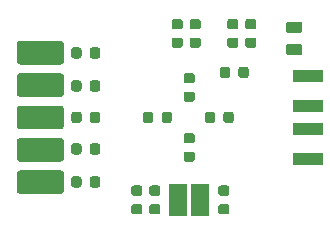
<source format=gbr>
G04 #@! TF.GenerationSoftware,KiCad,Pcbnew,5.1.6-c6e7f7d~86~ubuntu20.04.1*
G04 #@! TF.CreationDate,2020-05-29T14:13:17+02:00*
G04 #@! TF.ProjectId,atari-usb,61746172-692d-4757-9362-2e6b69636164,rev?*
G04 #@! TF.SameCoordinates,Original*
G04 #@! TF.FileFunction,Paste,Top*
G04 #@! TF.FilePolarity,Positive*
%FSLAX46Y46*%
G04 Gerber Fmt 4.6, Leading zero omitted, Abs format (unit mm)*
G04 Created by KiCad (PCBNEW 5.1.6-c6e7f7d~86~ubuntu20.04.1) date 2020-05-29 14:13:17*
%MOMM*%
%LPD*%
G01*
G04 APERTURE LIST*
%ADD10R,1.500000X2.700000*%
%ADD11R,2.500000X1.100000*%
G04 APERTURE END LIST*
G36*
G01*
X140685000Y-80901250D02*
X140685000Y-80388750D01*
G75*
G02*
X140903750Y-80170000I218750J0D01*
G01*
X141341250Y-80170000D01*
G75*
G02*
X141560000Y-80388750I0J-218750D01*
G01*
X141560000Y-80901250D01*
G75*
G02*
X141341250Y-81120000I-218750J0D01*
G01*
X140903750Y-81120000D01*
G75*
G02*
X140685000Y-80901250I0J218750D01*
G01*
G37*
G36*
G01*
X139110000Y-80901250D02*
X139110000Y-80388750D01*
G75*
G02*
X139328750Y-80170000I218750J0D01*
G01*
X139766250Y-80170000D01*
G75*
G02*
X139985000Y-80388750I0J-218750D01*
G01*
X139985000Y-80901250D01*
G75*
G02*
X139766250Y-81120000I-218750J0D01*
G01*
X139328750Y-81120000D01*
G75*
G02*
X139110000Y-80901250I0J218750D01*
G01*
G37*
G36*
G01*
X134182500Y-84711250D02*
X134182500Y-84198750D01*
G75*
G02*
X134401250Y-83980000I218750J0D01*
G01*
X134838750Y-83980000D01*
G75*
G02*
X135057500Y-84198750I0J-218750D01*
G01*
X135057500Y-84711250D01*
G75*
G02*
X134838750Y-84930000I-218750J0D01*
G01*
X134401250Y-84930000D01*
G75*
G02*
X134182500Y-84711250I0J218750D01*
G01*
G37*
G36*
G01*
X132607500Y-84711250D02*
X132607500Y-84198750D01*
G75*
G02*
X132826250Y-83980000I218750J0D01*
G01*
X133263750Y-83980000D01*
G75*
G02*
X133482500Y-84198750I0J-218750D01*
G01*
X133482500Y-84711250D01*
G75*
G02*
X133263750Y-84930000I-218750J0D01*
G01*
X132826250Y-84930000D01*
G75*
G02*
X132607500Y-84711250I0J218750D01*
G01*
G37*
G36*
G01*
X139415000Y-84711250D02*
X139415000Y-84198750D01*
G75*
G02*
X139633750Y-83980000I218750J0D01*
G01*
X140071250Y-83980000D01*
G75*
G02*
X140290000Y-84198750I0J-218750D01*
G01*
X140290000Y-84711250D01*
G75*
G02*
X140071250Y-84930000I-218750J0D01*
G01*
X139633750Y-84930000D01*
G75*
G02*
X139415000Y-84711250I0J218750D01*
G01*
G37*
G36*
G01*
X137840000Y-84711250D02*
X137840000Y-84198750D01*
G75*
G02*
X138058750Y-83980000I218750J0D01*
G01*
X138496250Y-83980000D01*
G75*
G02*
X138715000Y-84198750I0J-218750D01*
G01*
X138715000Y-84711250D01*
G75*
G02*
X138496250Y-84930000I-218750J0D01*
G01*
X138058750Y-84930000D01*
G75*
G02*
X137840000Y-84711250I0J218750D01*
G01*
G37*
G36*
G01*
X136781250Y-86645000D02*
X136268750Y-86645000D01*
G75*
G02*
X136050000Y-86426250I0J218750D01*
G01*
X136050000Y-85988750D01*
G75*
G02*
X136268750Y-85770000I218750J0D01*
G01*
X136781250Y-85770000D01*
G75*
G02*
X137000000Y-85988750I0J-218750D01*
G01*
X137000000Y-86426250D01*
G75*
G02*
X136781250Y-86645000I-218750J0D01*
G01*
G37*
G36*
G01*
X136781250Y-88220000D02*
X136268750Y-88220000D01*
G75*
G02*
X136050000Y-88001250I0J218750D01*
G01*
X136050000Y-87563750D01*
G75*
G02*
X136268750Y-87345000I218750J0D01*
G01*
X136781250Y-87345000D01*
G75*
G02*
X137000000Y-87563750I0J-218750D01*
G01*
X137000000Y-88001250D01*
G75*
G02*
X136781250Y-88220000I-218750J0D01*
G01*
G37*
G36*
G01*
X136781250Y-81565000D02*
X136268750Y-81565000D01*
G75*
G02*
X136050000Y-81346250I0J218750D01*
G01*
X136050000Y-80908750D01*
G75*
G02*
X136268750Y-80690000I218750J0D01*
G01*
X136781250Y-80690000D01*
G75*
G02*
X137000000Y-80908750I0J-218750D01*
G01*
X137000000Y-81346250D01*
G75*
G02*
X136781250Y-81565000I-218750J0D01*
G01*
G37*
G36*
G01*
X136781250Y-83140000D02*
X136268750Y-83140000D01*
G75*
G02*
X136050000Y-82921250I0J218750D01*
G01*
X136050000Y-82483750D01*
G75*
G02*
X136268750Y-82265000I218750J0D01*
G01*
X136781250Y-82265000D01*
G75*
G02*
X137000000Y-82483750I0J-218750D01*
G01*
X137000000Y-82921250D01*
G75*
G02*
X136781250Y-83140000I-218750J0D01*
G01*
G37*
G36*
G01*
X139951750Y-77693000D02*
X140464250Y-77693000D01*
G75*
G02*
X140683000Y-77911750I0J-218750D01*
G01*
X140683000Y-78349250D01*
G75*
G02*
X140464250Y-78568000I-218750J0D01*
G01*
X139951750Y-78568000D01*
G75*
G02*
X139733000Y-78349250I0J218750D01*
G01*
X139733000Y-77911750D01*
G75*
G02*
X139951750Y-77693000I218750J0D01*
G01*
G37*
G36*
G01*
X139951750Y-76118000D02*
X140464250Y-76118000D01*
G75*
G02*
X140683000Y-76336750I0J-218750D01*
G01*
X140683000Y-76774250D01*
G75*
G02*
X140464250Y-76993000I-218750J0D01*
G01*
X139951750Y-76993000D01*
G75*
G02*
X139733000Y-76774250I0J218750D01*
G01*
X139733000Y-76336750D01*
G75*
G02*
X139951750Y-76118000I218750J0D01*
G01*
G37*
G36*
G01*
X132336250Y-91090000D02*
X131823750Y-91090000D01*
G75*
G02*
X131605000Y-90871250I0J218750D01*
G01*
X131605000Y-90433750D01*
G75*
G02*
X131823750Y-90215000I218750J0D01*
G01*
X132336250Y-90215000D01*
G75*
G02*
X132555000Y-90433750I0J-218750D01*
G01*
X132555000Y-90871250D01*
G75*
G02*
X132336250Y-91090000I-218750J0D01*
G01*
G37*
G36*
G01*
X132336250Y-92665000D02*
X131823750Y-92665000D01*
G75*
G02*
X131605000Y-92446250I0J218750D01*
G01*
X131605000Y-92008750D01*
G75*
G02*
X131823750Y-91790000I218750J0D01*
G01*
X132336250Y-91790000D01*
G75*
G02*
X132555000Y-92008750I0J-218750D01*
G01*
X132555000Y-92446250D01*
G75*
G02*
X132336250Y-92665000I-218750J0D01*
G01*
G37*
G36*
G01*
X141475750Y-77693000D02*
X141988250Y-77693000D01*
G75*
G02*
X142207000Y-77911750I0J-218750D01*
G01*
X142207000Y-78349250D01*
G75*
G02*
X141988250Y-78568000I-218750J0D01*
G01*
X141475750Y-78568000D01*
G75*
G02*
X141257000Y-78349250I0J218750D01*
G01*
X141257000Y-77911750D01*
G75*
G02*
X141475750Y-77693000I218750J0D01*
G01*
G37*
G36*
G01*
X141475750Y-76118000D02*
X141988250Y-76118000D01*
G75*
G02*
X142207000Y-76336750I0J-218750D01*
G01*
X142207000Y-76774250D01*
G75*
G02*
X141988250Y-76993000I-218750J0D01*
G01*
X141475750Y-76993000D01*
G75*
G02*
X141257000Y-76774250I0J218750D01*
G01*
X141257000Y-76336750D01*
G75*
G02*
X141475750Y-76118000I218750J0D01*
G01*
G37*
G36*
G01*
X136776750Y-77693000D02*
X137289250Y-77693000D01*
G75*
G02*
X137508000Y-77911750I0J-218750D01*
G01*
X137508000Y-78349250D01*
G75*
G02*
X137289250Y-78568000I-218750J0D01*
G01*
X136776750Y-78568000D01*
G75*
G02*
X136558000Y-78349250I0J218750D01*
G01*
X136558000Y-77911750D01*
G75*
G02*
X136776750Y-77693000I218750J0D01*
G01*
G37*
G36*
G01*
X136776750Y-76118000D02*
X137289250Y-76118000D01*
G75*
G02*
X137508000Y-76336750I0J-218750D01*
G01*
X137508000Y-76774250D01*
G75*
G02*
X137289250Y-76993000I-218750J0D01*
G01*
X136776750Y-76993000D01*
G75*
G02*
X136558000Y-76774250I0J218750D01*
G01*
X136558000Y-76336750D01*
G75*
G02*
X136776750Y-76118000I218750J0D01*
G01*
G37*
G36*
G01*
X135252750Y-77693000D02*
X135765250Y-77693000D01*
G75*
G02*
X135984000Y-77911750I0J-218750D01*
G01*
X135984000Y-78349250D01*
G75*
G02*
X135765250Y-78568000I-218750J0D01*
G01*
X135252750Y-78568000D01*
G75*
G02*
X135034000Y-78349250I0J218750D01*
G01*
X135034000Y-77911750D01*
G75*
G02*
X135252750Y-77693000I218750J0D01*
G01*
G37*
G36*
G01*
X135252750Y-76118000D02*
X135765250Y-76118000D01*
G75*
G02*
X135984000Y-76336750I0J-218750D01*
G01*
X135984000Y-76774250D01*
G75*
G02*
X135765250Y-76993000I-218750J0D01*
G01*
X135252750Y-76993000D01*
G75*
G02*
X135034000Y-76774250I0J218750D01*
G01*
X135034000Y-76336750D01*
G75*
G02*
X135252750Y-76118000I218750J0D01*
G01*
G37*
G36*
G01*
X128112000Y-79250250D02*
X128112000Y-78737750D01*
G75*
G02*
X128330750Y-78519000I218750J0D01*
G01*
X128768250Y-78519000D01*
G75*
G02*
X128987000Y-78737750I0J-218750D01*
G01*
X128987000Y-79250250D01*
G75*
G02*
X128768250Y-79469000I-218750J0D01*
G01*
X128330750Y-79469000D01*
G75*
G02*
X128112000Y-79250250I0J218750D01*
G01*
G37*
G36*
G01*
X126537000Y-79250250D02*
X126537000Y-78737750D01*
G75*
G02*
X126755750Y-78519000I218750J0D01*
G01*
X127193250Y-78519000D01*
G75*
G02*
X127412000Y-78737750I0J-218750D01*
G01*
X127412000Y-79250250D01*
G75*
G02*
X127193250Y-79469000I-218750J0D01*
G01*
X126755750Y-79469000D01*
G75*
G02*
X126537000Y-79250250I0J218750D01*
G01*
G37*
G36*
G01*
X128112000Y-82044250D02*
X128112000Y-81531750D01*
G75*
G02*
X128330750Y-81313000I218750J0D01*
G01*
X128768250Y-81313000D01*
G75*
G02*
X128987000Y-81531750I0J-218750D01*
G01*
X128987000Y-82044250D01*
G75*
G02*
X128768250Y-82263000I-218750J0D01*
G01*
X128330750Y-82263000D01*
G75*
G02*
X128112000Y-82044250I0J218750D01*
G01*
G37*
G36*
G01*
X126537000Y-82044250D02*
X126537000Y-81531750D01*
G75*
G02*
X126755750Y-81313000I218750J0D01*
G01*
X127193250Y-81313000D01*
G75*
G02*
X127412000Y-81531750I0J-218750D01*
G01*
X127412000Y-82044250D01*
G75*
G02*
X127193250Y-82263000I-218750J0D01*
G01*
X126755750Y-82263000D01*
G75*
G02*
X126537000Y-82044250I0J218750D01*
G01*
G37*
G36*
G01*
X128112000Y-84711250D02*
X128112000Y-84198750D01*
G75*
G02*
X128330750Y-83980000I218750J0D01*
G01*
X128768250Y-83980000D01*
G75*
G02*
X128987000Y-84198750I0J-218750D01*
G01*
X128987000Y-84711250D01*
G75*
G02*
X128768250Y-84930000I-218750J0D01*
G01*
X128330750Y-84930000D01*
G75*
G02*
X128112000Y-84711250I0J218750D01*
G01*
G37*
G36*
G01*
X126537000Y-84711250D02*
X126537000Y-84198750D01*
G75*
G02*
X126755750Y-83980000I218750J0D01*
G01*
X127193250Y-83980000D01*
G75*
G02*
X127412000Y-84198750I0J-218750D01*
G01*
X127412000Y-84711250D01*
G75*
G02*
X127193250Y-84930000I-218750J0D01*
G01*
X126755750Y-84930000D01*
G75*
G02*
X126537000Y-84711250I0J218750D01*
G01*
G37*
G36*
G01*
X128112000Y-87378250D02*
X128112000Y-86865750D01*
G75*
G02*
X128330750Y-86647000I218750J0D01*
G01*
X128768250Y-86647000D01*
G75*
G02*
X128987000Y-86865750I0J-218750D01*
G01*
X128987000Y-87378250D01*
G75*
G02*
X128768250Y-87597000I-218750J0D01*
G01*
X128330750Y-87597000D01*
G75*
G02*
X128112000Y-87378250I0J218750D01*
G01*
G37*
G36*
G01*
X126537000Y-87378250D02*
X126537000Y-86865750D01*
G75*
G02*
X126755750Y-86647000I218750J0D01*
G01*
X127193250Y-86647000D01*
G75*
G02*
X127412000Y-86865750I0J-218750D01*
G01*
X127412000Y-87378250D01*
G75*
G02*
X127193250Y-87597000I-218750J0D01*
G01*
X126755750Y-87597000D01*
G75*
G02*
X126537000Y-87378250I0J218750D01*
G01*
G37*
G36*
G01*
X128112000Y-90172250D02*
X128112000Y-89659750D01*
G75*
G02*
X128330750Y-89441000I218750J0D01*
G01*
X128768250Y-89441000D01*
G75*
G02*
X128987000Y-89659750I0J-218750D01*
G01*
X128987000Y-90172250D01*
G75*
G02*
X128768250Y-90391000I-218750J0D01*
G01*
X128330750Y-90391000D01*
G75*
G02*
X128112000Y-90172250I0J218750D01*
G01*
G37*
G36*
G01*
X126537000Y-90172250D02*
X126537000Y-89659750D01*
G75*
G02*
X126755750Y-89441000I218750J0D01*
G01*
X127193250Y-89441000D01*
G75*
G02*
X127412000Y-89659750I0J-218750D01*
G01*
X127412000Y-90172250D01*
G75*
G02*
X127193250Y-90391000I-218750J0D01*
G01*
X126755750Y-90391000D01*
G75*
G02*
X126537000Y-90172250I0J218750D01*
G01*
G37*
D10*
X135575000Y-91440000D03*
X137475000Y-91440000D03*
G36*
G01*
X145871250Y-77322500D02*
X144958750Y-77322500D01*
G75*
G02*
X144715000Y-77078750I0J243750D01*
G01*
X144715000Y-76591250D01*
G75*
G02*
X144958750Y-76347500I243750J0D01*
G01*
X145871250Y-76347500D01*
G75*
G02*
X146115000Y-76591250I0J-243750D01*
G01*
X146115000Y-77078750D01*
G75*
G02*
X145871250Y-77322500I-243750J0D01*
G01*
G37*
G36*
G01*
X145871250Y-79197500D02*
X144958750Y-79197500D01*
G75*
G02*
X144715000Y-78953750I0J243750D01*
G01*
X144715000Y-78466250D01*
G75*
G02*
X144958750Y-78222500I243750J0D01*
G01*
X145871250Y-78222500D01*
G75*
G02*
X146115000Y-78466250I0J-243750D01*
G01*
X146115000Y-78953750D01*
G75*
G02*
X145871250Y-79197500I-243750J0D01*
G01*
G37*
G36*
G01*
X139189750Y-91790000D02*
X139702250Y-91790000D01*
G75*
G02*
X139921000Y-92008750I0J-218750D01*
G01*
X139921000Y-92446250D01*
G75*
G02*
X139702250Y-92665000I-218750J0D01*
G01*
X139189750Y-92665000D01*
G75*
G02*
X138971000Y-92446250I0J218750D01*
G01*
X138971000Y-92008750D01*
G75*
G02*
X139189750Y-91790000I218750J0D01*
G01*
G37*
G36*
G01*
X139189750Y-90215000D02*
X139702250Y-90215000D01*
G75*
G02*
X139921000Y-90433750I0J-218750D01*
G01*
X139921000Y-90871250D01*
G75*
G02*
X139702250Y-91090000I-218750J0D01*
G01*
X139189750Y-91090000D01*
G75*
G02*
X138971000Y-90871250I0J218750D01*
G01*
X138971000Y-90433750D01*
G75*
G02*
X139189750Y-90215000I218750J0D01*
G01*
G37*
G36*
G01*
X133347750Y-91790000D02*
X133860250Y-91790000D01*
G75*
G02*
X134079000Y-92008750I0J-218750D01*
G01*
X134079000Y-92446250D01*
G75*
G02*
X133860250Y-92665000I-218750J0D01*
G01*
X133347750Y-92665000D01*
G75*
G02*
X133129000Y-92446250I0J218750D01*
G01*
X133129000Y-92008750D01*
G75*
G02*
X133347750Y-91790000I218750J0D01*
G01*
G37*
G36*
G01*
X133347750Y-90215000D02*
X133860250Y-90215000D01*
G75*
G02*
X134079000Y-90433750I0J-218750D01*
G01*
X134079000Y-90871250D01*
G75*
G02*
X133860250Y-91090000I-218750J0D01*
G01*
X133347750Y-91090000D01*
G75*
G02*
X133129000Y-90871250I0J218750D01*
G01*
X133129000Y-90433750D01*
G75*
G02*
X133347750Y-90215000I218750J0D01*
G01*
G37*
G36*
G01*
X122182000Y-88935000D02*
X125658000Y-88935000D01*
G75*
G02*
X125920000Y-89197000I0J-262000D01*
G01*
X125920000Y-90673000D01*
G75*
G02*
X125658000Y-90935000I-262000J0D01*
G01*
X122182000Y-90935000D01*
G75*
G02*
X121920000Y-90673000I0J262000D01*
G01*
X121920000Y-89197000D01*
G75*
G02*
X122182000Y-88935000I262000J0D01*
G01*
G37*
G36*
G01*
X122182000Y-86195000D02*
X125658000Y-86195000D01*
G75*
G02*
X125920000Y-86457000I0J-262000D01*
G01*
X125920000Y-87933000D01*
G75*
G02*
X125658000Y-88195000I-262000J0D01*
G01*
X122182000Y-88195000D01*
G75*
G02*
X121920000Y-87933000I0J262000D01*
G01*
X121920000Y-86457000D01*
G75*
G02*
X122182000Y-86195000I262000J0D01*
G01*
G37*
G36*
G01*
X122182000Y-77975000D02*
X125658000Y-77975000D01*
G75*
G02*
X125920000Y-78237000I0J-262000D01*
G01*
X125920000Y-79713000D01*
G75*
G02*
X125658000Y-79975000I-262000J0D01*
G01*
X122182000Y-79975000D01*
G75*
G02*
X121920000Y-79713000I0J262000D01*
G01*
X121920000Y-78237000D01*
G75*
G02*
X122182000Y-77975000I262000J0D01*
G01*
G37*
G36*
G01*
X122182000Y-80715000D02*
X125658000Y-80715000D01*
G75*
G02*
X125920000Y-80977000I0J-262000D01*
G01*
X125920000Y-82453000D01*
G75*
G02*
X125658000Y-82715000I-262000J0D01*
G01*
X122182000Y-82715000D01*
G75*
G02*
X121920000Y-82453000I0J262000D01*
G01*
X121920000Y-80977000D01*
G75*
G02*
X122182000Y-80715000I262000J0D01*
G01*
G37*
G36*
G01*
X122182000Y-83455000D02*
X125658000Y-83455000D01*
G75*
G02*
X125920000Y-83717000I0J-262000D01*
G01*
X125920000Y-85193000D01*
G75*
G02*
X125658000Y-85455000I-262000J0D01*
G01*
X122182000Y-85455000D01*
G75*
G02*
X121920000Y-85193000I0J262000D01*
G01*
X121920000Y-83717000D01*
G75*
G02*
X122182000Y-83455000I262000J0D01*
G01*
G37*
D11*
X146560000Y-87955000D03*
X146560000Y-80955000D03*
X146560000Y-85455000D03*
X146560000Y-83455000D03*
M02*

</source>
